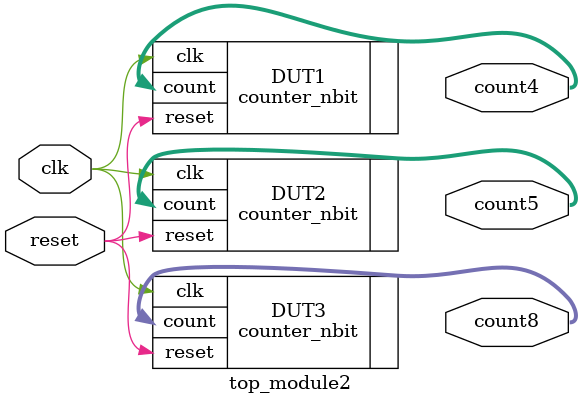
<source format=sv>
`timescale 1ns / 1ps


module top_module2(
    input logic clk, reset,
    output logic [3:0] count4, 
    output logic [4:0] count5,
    output logic [7:0] count8
    );
    
    counter_nbit #(
        .N(4)
    ) DUT1(
        .clk(clk),
        .reset(reset),
        .count(count4)
    );
    
    counter_nbit #(
        .N(5)
    ) DUT2(
        .clk(clk),
        .reset(reset),
        .count(count5)
    );
    
    counter_nbit #(
        .N(8)
    ) DUT3(
        .clk(clk),
        .reset(reset),
        .count(count8)
    );

endmodule

</source>
